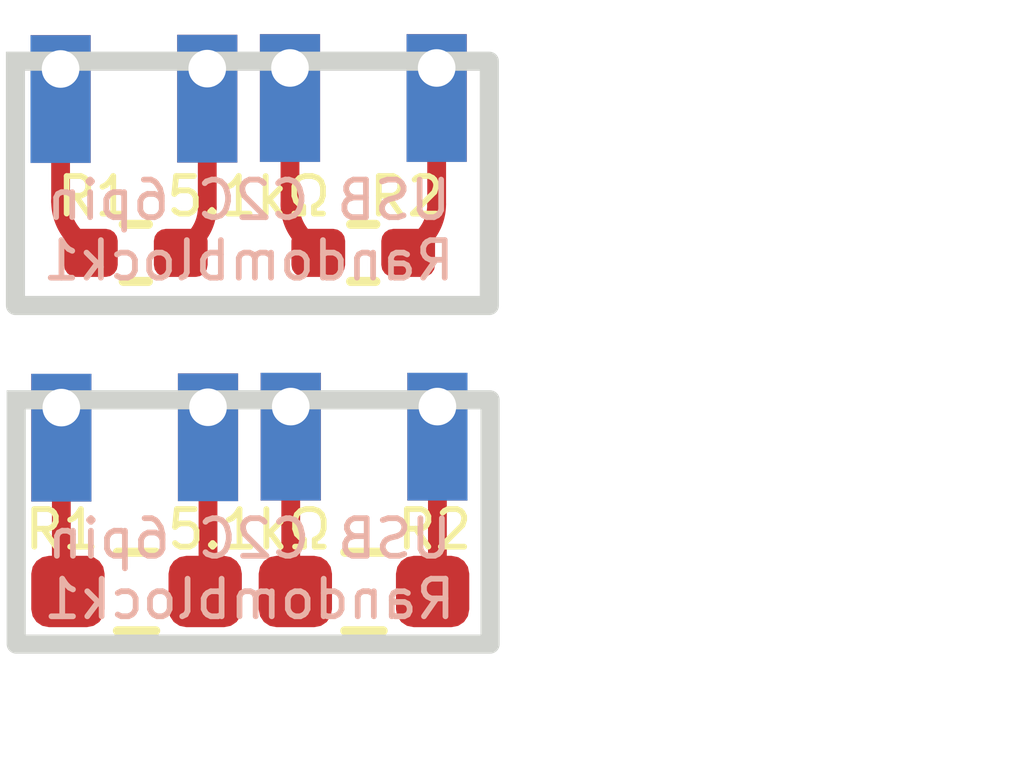
<source format=kicad_pcb>
(kicad_pcb (version 20211014) (generator pcbnew)
  (layers (0 "F.Cu" signal) (31 "B.Cu" signal) (34 "B.Paste" user) (35 "F.Paste" user) (36 "B.SilkS" user "B.Silkscreen") (37 "F.SilkS" user "F.Silkscreen") (38 "B.Mask" user) (39 "F.Mask" user) (44 "Edge.Cuts" user))
  (net 0 "")
  (net 1 "Net-(J1-Pad1)")
  (net 2 "Net-(J2-Pad1)")
  (net 3 "Net-(J3-Pad1)")
  (net 4 "Net-(J4-Pad1)")
  (footprint "FlexPCB:Plated_Hole_D0.3mm" (layer "F.Cu") (at 145.41 103.123623 -90)
    (fp_text reference "J1")
    (fp_text value "A5")
    (pad "1" thru_hole rect (at -1.27 2.3 270) (size 1.7 0.8) (drill 0.5 (offset 0.4 0)) (layers *.Cu *.Mask) (net 1 "Net-(J1-Pad1)"))
  )
  (footprint "FlexPCB:Plated_Hole_D0.3mm" (layer "F.Cu") (at 146.51 103.115 -90)
    (fp_text reference "J2")
    (fp_text value "B5")
    (pad "1" thru_hole rect (at -1.27 2.3 270) (size 1.7 0.8) (drill 0.5 (offset 0.4 0)) (layers *.Cu *.Mask) (net 2 "Net-(J2-Pad1)"))
  )
  (footprint "Resistor_SMD:R_0402_1005Metric_Pad0.72x0.64mm_HandSolder" (layer "F.Cu") (at 142.15 99.8)
    (fp_text reference "R1" (at -0.55 -0.75) (layer "F.SilkS") (effects (font (size 0.5 0.5) (thickness 0.0762))))
    (fp_text value "5.1K")
    (fp_line (start -0.167621 0.38) (end 0.167621 0.38) (layer "F.SilkS") (width 0.12))
    (fp_line (start -0.167621 -0.38) (end 0.167621 -0.38) (layer "F.SilkS") (width 0.12))
    (pad "1" smd roundrect (at -0.5975 0) (size 0.715 0.64) (layers "F.Cu" "F.Paste" "F.Mask") (net 3 "Net-(J3-Pad1)"))
    (pad "2" smd roundrect (at 0.5975 0) (size 0.715 0.64) (layers "F.Cu" "F.Paste" "F.Mask") (net 1 "Net-(J1-Pad1)"))
  )
  (footprint "FlexPCB:Plated_Hole_D0.3mm" (layer "F.Cu") (at 143.45 98.623429 -90)
    (fp_text reference "J3")
    (fp_text value "B12")
    (pad "1" thru_hole rect (at -1.27 2.3 270) (size 1.7 0.8) (drill 0.5 (offset 0.4 0)) (layers *.Cu *.Mask) (net 3 "Net-(J3-Pad1)"))
  )
  (footprint "Resistor_SMD:R_0603_1608Metric_Pad0.98x0.95mm_HandSolder" (layer "F.Cu") (at 142.16 104.305)
    (fp_text reference "R1" (at -0.99 -0.824) (layer "F.SilkS") (effects (font (size 0.5 0.5) (thickness 0.0762))))
    (fp_text value "5.1K")
    (fp_line (start -0.254724 0.5225) (end 0.254724 0.5225) (layer "F.SilkS") (width 0.12))
    (fp_line (start -0.254724 -0.5225) (end 0.254724 -0.5225) (layer "F.SilkS") (width 0.12))
    (pad "1" smd roundrect (at -0.9125 0) (size 0.975 0.95) (layers "F.Cu" "F.Paste" "F.Mask") (net 3 "Net-(J3-Pad1)"))
    (pad "2" smd roundrect (at 0.9125 0) (size 0.975 0.95) (layers "F.Cu" "F.Paste" "F.Mask") (net 1 "Net-(J1-Pad1)"))
  )
  (footprint "Resistor_SMD:R_0603_1608Metric_Pad0.98x0.95mm_HandSolder" (layer "F.Cu") (at 145.183695 104.305)
    (fp_text reference "R2" (at 0.939305 -0.824) (layer "F.SilkS") (effects (font (size 0.5 0.5) (thickness 0.0762))))
    (fp_text value "5.1K")
    (fp_line (start -0.254724 0.5225) (end 0.254724 0.5225) (layer "F.SilkS") (width 0.12))
    (fp_line (start -0.254724 -0.5225) (end 0.254724 -0.5225) (layer "F.SilkS") (width 0.12))
    (pad "1" smd roundrect (at -0.9125 0) (size 0.975 0.95) (layers "F.Cu" "F.Paste" "F.Mask") (net 2 "Net-(J2-Pad1)"))
    (pad "2" smd roundrect (at 0.9125 0) (size 0.975 0.95) (layers "F.Cu" "F.Paste" "F.Mask") (net 4 "Net-(J4-Pad1)"))
  )
  (footprint "FlexPCB:Plated_Hole_D0.3mm" (layer "F.Cu") (at 148.45 98.61 -90)
    (fp_text reference "J4")
    (fp_text value "A12")
    (pad "1" thru_hole rect (at -1.27 2.3 270) (size 1.7 0.8) (drill 0.5 (offset 0.4 0)) (layers *.Cu *.Mask) (net 4 "Net-(J4-Pad1)"))
  )
  (footprint "FlexPCB:Plated_Hole_D0.3mm" (layer "F.Cu") (at 143.46 103.128429 -90)
    (fp_text reference "J3")
    (fp_text value "B12")
    (pad "1" thru_hole rect (at -1.27 2.3 270) (size 1.7 0.8) (drill 0.5 (offset 0.4 0)) (layers *.Cu *.Mask) (net 3 "Net-(J3-Pad1)"))
  )
  (footprint "Resistor_SMD:R_0402_1005Metric_Pad0.72x0.64mm_HandSolder" (layer "F.Cu") (at 145.173695 99.8)
    (fp_text reference "R2" (at 0.576305 -0.75) (layer "F.SilkS") (effects (font (size 0.5 0.5) (thickness 0.0762))))
    (fp_text value "5.1K")
    (fp_line (start -0.167621 -0.38) (end 0.167621 -0.38) (layer "F.SilkS") (width 0.12))
    (fp_line (start -0.167621 0.38) (end 0.167621 0.38) (layer "F.SilkS") (width 0.12))
    (pad "1" smd roundrect (at -0.5975 0) (size 0.715 0.64) (layers "F.Cu" "F.Paste" "F.Mask") (net 2 "Net-(J2-Pad1)"))
    (pad "2" smd roundrect (at 0.5975 0) (size 0.715 0.64) (layers "F.Cu" "F.Paste" "F.Mask") (net 4 "Net-(J4-Pad1)"))
  )
  (footprint "FlexPCB:Plated_Hole_D0.3mm" (layer "F.Cu") (at 146.5 98.61 -90)
    (fp_text reference "J2")
    (fp_text value "B5")
    (pad "1" thru_hole rect (at -1.27 2.3 270) (size 1.7 0.8) (drill 0.5 (offset 0.4 0)) (layers *.Cu *.Mask) (net 2 "Net-(J2-Pad1)"))
  )
  (footprint "FlexPCB:Plated_Hole_D0.3mm" (layer "F.Cu") (at 145.4 98.618623 -90)
    (fp_text reference "J1")
    (fp_text value "A5")
    (pad "1" thru_hole rect (at -1.27 2.3 270) (size 1.7 0.8) (drill 0.5 (offset 0.4 0)) (layers *.Cu *.Mask) (net 1 "Net-(J1-Pad1)"))
  )
  (footprint "FlexPCB:Plated_Hole_D0.3mm" (layer "F.Cu") (at 148.46 103.115 -90)
    (fp_text reference "J4")
    (fp_text value "A12")
    (pad "1" thru_hole rect (at -1.27 2.3 270) (size 1.7 0.8) (drill 0.5 (offset 0.4 0)) (layers *.Cu *.Mask) (net 4 "Net-(J4-Pad1)"))
  )
  (gr_rect (start 146.86 101.755) (end 140.56 105.005) (layer "Edge.Cuts") (width 0.254) (fill none))
  (gr_rect (start 146.85 97.25) (end 140.55 100.5) (layer "Edge.Cuts") (width 0.254) (fill none))
  (gr_text "USB C2C 6pin\nRandomblock1" (at 143.66 104.005) (layer "B.SilkS") (effects (font (size 0.5 0.5) (thickness 0.0762)) (justify mirror)))
  (gr_text "USB C2C 6pin\nRandomblock1" (at 143.65 99.5) (layer "B.SilkS") (effects (font (size 0.5 0.5) (thickness 0.0762)) (justify mirror)))
  (gr_text "5.1kΩ" (at 143.66 103.481) (layer "F.SilkS") (effects (font (size 0.5 0.5) (thickness 0.0762))))
  (gr_text "5.1kΩ" (at 143.65 99.05) (layer "F.SilkS") (effects (font (size 0.5 0.5) (thickness 0.0762))))
  (segment (start 143.09125 104.28625) (end 143.0725 104.305) (width 0.25) (layer "F.Cu") (net 1))
  (segment (start 143.11 104.240983) (end 143.11 102.007) (width 0.25) (layer "F.Cu") (net 1))
  (segment (start 142.92375 99.62375) (end 142.7475 99.8) (width 0.25) (layer "F.Cu") (net 1))
  (segment (start 143.1 99.198244) (end 143.1 97.502) (width 0.25) (layer "F.Cu") (net 1))
  (arc (start 143.1 99.198244) (mid 143.054194 99.428526) (end 142.92375 99.62375) (width 0.25) (layer "F.Cu") (net 1))
  (arc (start 143.11 104.240983) (mid 143.105127 104.265481) (end 143.09125 104.28625) (width 0.25) (layer "F.Cu") (net 1))
  (segment (start 144.388097 99.611902) (end 144.576195 99.8) (width 0.25) (layer "F.Cu") (net 2))
  (segment (start 144.240597 104.190102) (end 144.24139 104.190895) (width 0.25) (layer "F.Cu") (net 2))
  (segment (start 144.21 104.116233) (end 144.21 102.007) (width 0.25) (layer "F.Cu") (net 2))
  (segment (start 144.271195 104.26285) (end 144.271195 104.305) (width 0.25) (layer "F.Cu") (net 2))
  (segment (start 144.2 99.157794) (end 144.2 97.502) (width 0.25) (layer "F.Cu") (net 2))
  (arc (start 144.21 104.116233) (mid 144.217951 104.15621) (end 144.240597 104.190102) (width 0.25) (layer "F.Cu") (net 2))
  (arc (start 144.388097 99.611902) (mid 144.248884 99.403555) (end 144.2 99.157794) (width 0.25) (layer "F.Cu") (net 2))
  (arc (start 144.24139 104.190895) (mid 144.263448 104.223908) (end 144.271195 104.26285) (width 0.25) (layer "F.Cu") (net 2))
  (segment (start 141.16 104.155628) (end 141.16 102.007) (width 0.25) (layer "F.Cu") (net 3))
  (segment (start 141.20375 104.26125) (end 141.2475 104.305) (width 0.25) (layer "F.Cu") (net 3))
  (segment (start 141.15 99.112889) (end 141.15 97.502) (width 0.25) (layer "F.Cu") (net 3))
  (segment (start 141.35125 99.59875) (end 141.5525 99.8) (width 0.25) (layer "F.Cu") (net 3))
  (arc (start 141.16 104.155628) (mid 141.17137 104.21279) (end 141.20375 104.26125) (width 0.25) (layer "F.Cu") (net 3))
  (arc (start 141.15 99.112889) (mid 141.202303 99.375835) (end 141.35125 99.59875) (width 0.25) (layer "F.Cu") (net 3))
  (segment (start 146.1275 102.107) (end 146.1075 102.107) (width 0.25) (layer "F.Cu") (net 4))
  (segment (start 145.960597 99.610597) (end 145.771195 99.8) (width 0.25) (layer "F.Cu") (net 4))
  (segment (start 146.128097 104.273097) (end 146.096195 104.305) (width 0.25) (layer "F.Cu") (net 4))
  (segment (start 146.15 99.153339) (end 146.15 97.502) (width 0.25) (layer "F.Cu") (net 4))
  (segment (start 146.1175 97.602) (end 146.0975 97.602) (width 0.25) (layer "F.Cu") (net 4))
  (segment (start 146.16 104.196078) (end 146.16 102.007) (width 0.25) (layer "F.Cu") (net 4))
  (arc (start 146.16 104.196078) (mid 146.151708 104.23776) (end 146.128097 104.273097) (width 0.25) (layer "F.Cu") (net 4))
  (arc (start 146.1175 97.602) (mid 146.131642 97.607857) (end 146.1375 97.622) (width 0.25) (layer "F.Cu") (net 4))
  (arc (start 146.1275 102.107) (mid 146.141642 102.112857) (end 146.1475 102.127) (width 0.25) (layer "F.Cu") (net 4))
  (arc (start 146.15 99.153339) (mid 146.100775 99.400805) (end 145.960597 99.610597) (width 0.25) (layer "F.Cu") (net 4))
)
</source>
